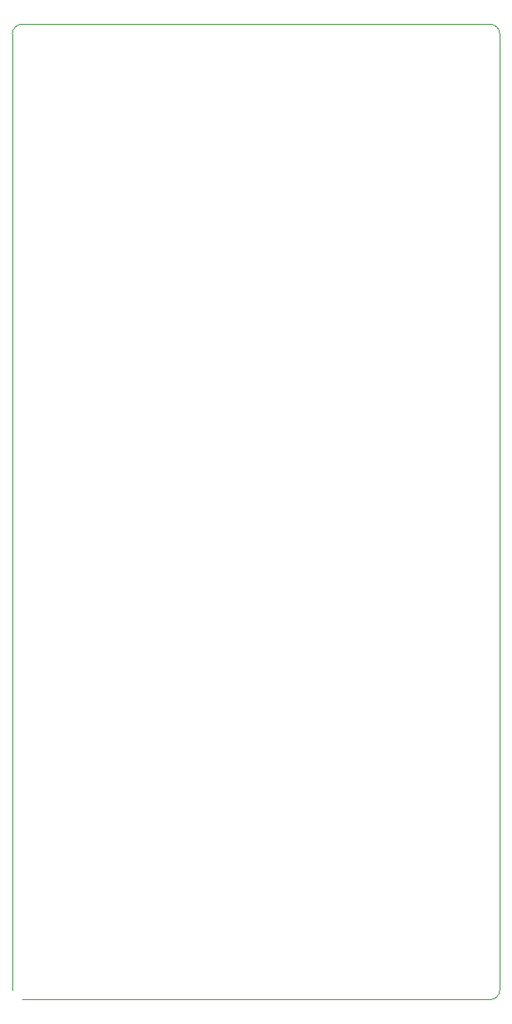
<source format=gko>
G04*
G04 #@! TF.GenerationSoftware,Altium Limited,Altium Designer,21.4.1 (30)*
G04*
G04 Layer_Color=16711935*
%FSLAX25Y25*%
%MOIN*%
G70*
G04*
G04 #@! TF.SameCoordinates,7EEB5CCF-43E0-40BE-B5BA-AD8CC80F1960*
G04*
G04*
G04 #@! TF.FilePolarity,Positive*
G04*
G01*
G75*
%ADD47C,0.00000*%
D47*
X3937Y393701D02*
G03*
X0Y389764I0J-3937D01*
G01*
X196850D02*
G03*
X192913Y393701I-3937J0D01*
G01*
Y0D02*
G03*
X196850Y3937I0J3937D01*
G01*
X3937Y393701D02*
X192913D01*
X196850Y3937D02*
Y389764D01*
X3937Y0D02*
X192913D01*
X0Y3937D02*
Y389764D01*
M02*

</source>
